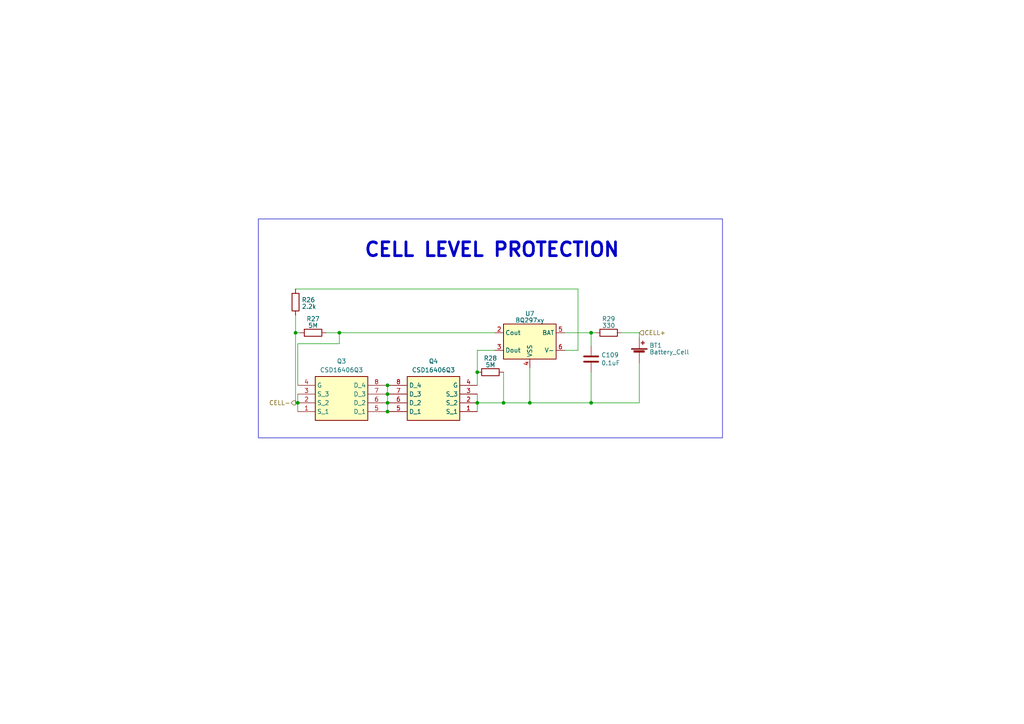
<source format=kicad_sch>
(kicad_sch (version 20230121) (generator eeschema)
  (paper "A4")
  (lib_symbols
    (symbol "Battery_Management:BQ297xy"
      (property "Reference" "U" (at -6.35 6.35 0))
      (property "Value" "BQ297xy" (at 5.08 -6.35 0))
      (symbol "BQ297xy_0_1"
        (rectangle (start -7.62 5.08) (end 7.62 -5.08) (stroke (width 0.254)) (fill (type background)))
      )
      (symbol "BQ297xy_1_1"
        (pin no_connect line (at 7.62 0 180) (length 2.54) hide (name "NC") (number "1"))
        (pin output line (at 10.16 2.54 180) (length 2.54) (name "Cout") (number "2"))
        (pin output line (at 10.16 -2.54 180) (length 2.54) (name "Dout") (number "3"))
        (pin power_in line (at 0 -7.62 90) (length 2.54) (name "VSS") (number "4"))
        (pin input line (at -10.16 2.54 0) (length 2.54) (name "BAT") (number "5"))
        (pin input line (at -10.16 -2.54 0) (length 2.54) (name "V-") (number "6"))
      )
    )
    (symbol "Device:Battery_Cell" (pin_numbers hide) (pin_names (offset 0) hide)
      (property "Reference" "BT" (at 2.54 2.54 0))
      (property "Value" "Battery_Cell" (at 2.54 0 0))
      (symbol "Battery_Cell_0_1"
        (rectangle (start -2.286 1.778) (end 2.286 1.524) (fill (type outline)))
        (rectangle (start -1.5748 1.1938) (end 1.4732 0.6858) (fill (type outline)))
        (polyline (pts (xy 0 0.762) (xy 0 0)))
        (polyline (pts (xy 0 1.778) (xy 0 2.54)))
        (polyline (pts (xy 0.508 3.429) (xy 1.524 3.429)) (stroke (width 0.254)))
        (polyline (pts (xy 1.016 3.937) (xy 1.016 2.921)) (stroke (width 0.254)))
      )
      (symbol "Battery_Cell_1_1"
        (pin passive line (at 0 5.08 270) (length 2.54) (name "+") (number "1"))
        (pin passive line (at 0 -2.54 90) (length 2.54) (name "-") (number "2"))
      )
    )
    (symbol "Device:C" (pin_numbers hide) (pin_names (offset 0.254))
      (property "Reference" "C" (at 0.635 2.54 0))
      (property "Value" "C" (at 0.635 -2.54 0))
      (symbol "C_0_1"
        (polyline (pts (xy -2.032 -0.762) (xy 2.032 -0.762)) (stroke (width 0.508)))
        (polyline (pts (xy -2.032 0.762) (xy 2.032 0.762)) (stroke (width 0.508)))
      )
      (symbol "C_1_1"
        (pin passive line (at 0 3.81 270) (length 2.794) (name "~") (number "1"))
        (pin passive line (at 0 -3.81 90) (length 2.794) (name "~") (number "2"))
      )
    )
    (symbol "Device:R" (pin_numbers hide) (pin_names (offset 0))
      (property "Reference" "R" (at 2.032 0 90))
      (property "Value" "R" (at 0 0 90))
      (symbol "R_0_1"
        (rectangle (start -1.016 -2.54) (end 1.016 2.54) (stroke (width 0.254)))
      )
      (symbol "R_1_1"
        (pin passive line (at 0 3.81 270) (length 1.27) (name "~") (number "1"))
        (pin passive line (at 0 -3.81 90) (length 1.27) (name "~") (number "2"))
      )
    )
    (symbol "SamacSys_Parts:CSD16406Q3"
      (property "Reference" "Q" (at 21.59 7.62 0))
      (property "Value" "CSD16406Q3" (at 21.59 5.08 0))
      (symbol "CSD16406Q3_1_1"
        (rectangle (start 5.08 2.54) (end 20.32 -10.16) (stroke (width 0.254)) (fill (type background)))
        (pin passive line (at 0 0 0) (length 5.08) (name "S_1") (number "1"))
        (pin passive line (at 0 -2.54 0) (length 5.08) (name "S_2") (number "2"))
        (pin passive line (at 0 -5.08 0) (length 5.08) (name "S_3") (number "3"))
        (pin passive line (at 0 -7.62 0) (length 5.08) (name "G") (number "4"))
        (pin passive line (at 25.4 0 180) (length 5.08) (name "D_1") (number "5"))
        (pin passive line (at 25.4 -2.54 180) (length 5.08) (name "D_2") (number "6"))
        (pin passive line (at 25.4 -5.08 180) (length 5.08) (name "D_3") (number "7"))
        (pin passive line (at 25.4 -7.62 180) (length 5.08) (name "D_4") (number "8"))
      )
    )
  )
  (junction (at 112.395 119.38))
  (junction (at 138.43 116.84))
  (junction (at 98.425 96.52))
  (junction (at 138.43 107.95))
  (junction (at 86.36 116.84))
  (junction (at 171.45 116.84))
  (junction (at 112.395 116.84))
  (junction (at 85.725 96.52))
  (junction (at 112.395 114.3))
  (junction (at 171.45 96.52))
  (junction (at 153.67 116.84))
  (junction (at 146.05 116.84))
  (junction (at 112.395 111.76))
  (wire (pts (xy 185.42 116.84) (xy 171.45 116.84)))
  (wire (pts (xy 180.34 96.52) (xy 185.42 96.52)))
  (wire (pts (xy 138.43 116.84) (xy 138.43 119.38)))
  (wire (pts (xy 98.425 96.52) (xy 98.425 99.695)))
  (wire (pts (xy 86.36 114.3) (xy 86.36 116.84)))
  (wire (pts (xy 171.45 116.84) (xy 153.67 116.84)))
  (wire (pts (xy 113.03 119.38) (xy 112.395 119.38)))
  (wire (pts (xy 167.64 83.82) (xy 85.725 83.82)))
  (wire (pts (xy 185.42 105.41) (xy 185.42 116.84)))
  (wire (pts (xy 113.03 114.3) (xy 112.395 114.3)))
  (wire (pts (xy 185.42 96.52) (xy 185.42 97.79)))
  (wire (pts (xy 111.76 114.3) (xy 112.395 114.3)))
  (wire (pts (xy 85.725 96.52) (xy 86.995 96.52)))
  (wire (pts (xy 146.05 107.95) (xy 146.05 116.84)))
  (wire (pts (xy 111.76 111.76) (xy 112.395 111.76)))
  (wire (pts (xy 138.43 107.95) (xy 138.43 101.6)))
  (wire (pts (xy 112.395 111.76) (xy 112.395 114.3)))
  (wire (pts (xy 171.45 96.52) (xy 172.72 96.52)))
  (wire (pts (xy 85.725 91.44) (xy 85.725 96.52)))
  (wire (pts (xy 138.43 116.84) (xy 146.05 116.84)))
  (wire (pts (xy 94.615 96.52) (xy 98.425 96.52)))
  (wire (pts (xy 163.83 96.52) (xy 171.45 96.52)))
  (wire (pts (xy 171.45 96.52) (xy 171.45 100.33)))
  (wire (pts (xy 146.05 116.84) (xy 153.67 116.84)))
  (wire (pts (xy 153.67 106.68) (xy 153.67 116.84)))
  (wire (pts (xy 113.03 111.76) (xy 112.395 111.76)))
  (wire (pts (xy 85.725 116.84) (xy 86.36 116.84)))
  (wire (pts (xy 113.03 116.84) (xy 112.395 116.84)))
  (wire (pts (xy 111.76 116.84) (xy 112.395 116.84)))
  (wire (pts (xy 111.76 119.38) (xy 112.395 119.38)))
  (wire (pts (xy 163.83 101.6) (xy 167.64 101.6)))
  (wire (pts (xy 167.64 101.6) (xy 167.64 83.82)))
  (wire (pts (xy 98.425 96.52) (xy 143.51 96.52)))
  (wire (pts (xy 138.43 111.76) (xy 138.43 107.95)))
  (wire (pts (xy 138.43 101.6) (xy 143.51 101.6)))
  (wire (pts (xy 112.395 116.84) (xy 112.395 119.38)))
  (wire (pts (xy 171.45 107.95) (xy 171.45 116.84)))
  (wire (pts (xy 86.36 116.84) (xy 86.36 119.38)))
  (wire (pts (xy 86.36 99.695) (xy 98.425 99.695)))
  (wire (pts (xy 85.725 96.52) (xy 85.725 116.84)))
  (wire (pts (xy 138.43 114.3) (xy 138.43 116.84)))
  (wire (pts (xy 112.395 114.3) (xy 112.395 116.84)))
  (wire (pts (xy 86.36 111.76) (xy 86.36 99.695)))
  (rectangle (start 74.93 63.5) (end 209.55 127))
  (text "CELL LEVEL PROTECTION" (at 105.41 74.93 0) (effects (font (size 4 4) bold) (justify left bottom)))
  (hierarchical_label "CELL+" (shape input) (at 185.42 96.52 0))
  (hierarchical_label "CELL-" (shape output) (at 85.725 116.84 180))
  (symbol (lib_id "Device:R") (at 176.53 96.52 90) (unit 1)
    (property "Reference" "R29" (at 176.53 92.4941 90))
    (property "Value" "330" (at 176.53 94.4151 90))
    (property "Footprint" "Resistor_SMD:R_0603_1608Metric" (effects hide))
    (instances (project "electrical-power-system" (path "" (reference "R29") (unit 1)) (path "" (reference "R33") (unit 1)) (path "" (reference "R37") (unit 1)) (path "" (reference "R41") (unit 1))))
  )
  (symbol (lib_id "SamacSys_Parts:CSD16406Q3") (at 138.43 119.38 180) (unit 1)
    (property "Reference" "Q4" (at 125.73 104.775 0))
    (property "Value" "CSD16406Q3" (at 125.73 107.315 0))
    (property "Footprint" "SamacSys_Parts:DQG_VSON-CLIP" (effects hide))
    (property "Datasheet" "http://www.ti.com/lit/gpn/csd16406q3" (effects hide))
    (property "Manufacturer_Name" "Texas Instruments" (effects hide))
    (property "Manufacturer_Part_Number" "CSD16406Q3" (effects hide))
    (property "Mouser Part Number" "595-CSD16406Q3" (effects hide))
    (property "Mouser Price/Stock" "https://www.mouser.co.uk/ProductDetail/Texas-Instruments/CSD16406Q3?qs=SuDOdTVxq4Wogv4PDdDFZA%3D%3D" (effects hide))
    (property "Arrow Part Number" "CSD16406Q3" (effects hide))
    (property "Arrow Price/Stock" "https://www.arrow.com/en/products/csd16406q3/texas-instruments?region=nac" (effects hide))
    (instances (project "electrical-power-system" (path "" (reference "Q4") (unit 1)) (path "" (reference "Q6") (unit 1)) (path "" (reference "Q8") (unit 1)) (path "" (reference "Q10") (unit 1))))
  )
  (symbol (lib_id "Device:R") (at 142.24 107.95 90) (unit 1)
    (property "Reference" "R28" (at 142.24 103.9241 90))
    (property "Value" "5M" (at 142.24 105.8451 90))
    (property "Footprint" "Resistor_SMD:R_0603_1608Metric" (effects hide))
    (instances (project "electrical-power-system" (path "" (reference "R28") (unit 1)) (path "" (reference "R32") (unit 1)) (path "" (reference "R36") (unit 1)) (path "" (reference "R40") (unit 1))))
  )
  (symbol (lib_id "Device:R") (at 85.725 87.63 180) (unit 1)
    (property "Reference" "R26" (at 87.503 86.9863 0) (effects (justify right)))
    (property "Value" "2.2k" (at 87.503 88.9073 0) (effects (justify right)))
    (property "Footprint" "Resistor_SMD:R_0603_1608Metric" (effects hide))
    (instances (project "electrical-power-system" (path "" (reference "R26") (unit 1)) (path "" (reference "R30") (unit 1)) (path "" (reference "R34") (unit 1)) (path "" (reference "R38") (unit 1))))
  )
  (symbol (lib_id "SamacSys_Parts:CSD16406Q3") (at 86.36 119.38 0) (mirror x) (unit 1)
    (property "Reference" "Q3" (at 99.06 104.775 0))
    (property "Value" "CSD16406Q3" (at 99.06 107.315 0))
    (property "Footprint" "SamacSys_Parts:DQG_VSON-CLIP" (effects hide))
    (property "Datasheet" "http://www.ti.com/lit/gpn/csd16406q3" (effects hide))
    (property "Manufacturer_Name" "Texas Instruments" (effects hide))
    (property "Manufacturer_Part_Number" "CSD16406Q3" (effects hide))
    (property "Mouser Part Number" "595-CSD16406Q3" (effects hide))
    (property "Mouser Price/Stock" "https://www.mouser.co.uk/ProductDetail/Texas-Instruments/CSD16406Q3?qs=SuDOdTVxq4Wogv4PDdDFZA%3D%3D" (effects hide))
    (property "Arrow Part Number" "CSD16406Q3" (effects hide))
    (property "Arrow Price/Stock" "https://www.arrow.com/en/products/csd16406q3/texas-instruments?region=nac" (effects hide))
    (instances (project "electrical-power-system" (path "" (reference "Q3") (unit 1)) (path "" (reference "Q5") (unit 1)) (path "" (reference "Q7") (unit 1)) (path "" (reference "Q9") (unit 1))))
  )
  (symbol (lib_id "Battery_Management:BQ297xy") (at 153.67 99.06 0) (mirror y) (unit 1)
    (property "Reference" "U7" (at 153.67 90.9701 0))
    (property "Value" "BQ297xy" (at 153.67 92.8911 0))
    (property "Footprint" "Package_SON:WSON-6_1.5x1.5mm_P0.5mm" (effects hide))
    (property "Datasheet" "http://www.ti.com/lit/ds/symlink/bq2970.pdf" (effects hide))
    (instances (project "electrical-power-system" (path "" (reference "U7") (unit 1)) (path "" (reference "U8") (unit 1)) (path "" (reference "U9") (unit 1)) (path "" (reference "U10") (unit 1))))
  )
  (symbol (lib_id "Device:C") (at 171.45 104.14 0) (unit 1)
    (property "Reference" "C109" (at 174.371 102.9716 0) (effects (justify left)))
    (property "Value" "0.1uF" (at 174.371 105.283 0) (effects (justify left)))
    (property "Footprint" "Capacitor_SMD:C_0603_1608Metric" (effects hide))
    (instances (project "PDB" (path "" (reference "C109") (unit 1))) (project "electrical-power-system" (path "" (reference "C217") (unit 1)) (path "" (reference "C25") (unit 1)) (path "" (reference "C26") (unit 1)) (path "" (reference "C27") (unit 1)) (path "" (reference "C28") (unit 1))))
  )
  (symbol (lib_id "Device:R") (at 90.805 96.52 90) (unit 1)
    (property "Reference" "R27" (at 90.805 92.4941 90))
    (property "Value" "5M" (at 90.805 94.4151 90))
    (property "Footprint" "Resistor_SMD:R_0603_1608Metric" (effects hide))
    (instances (project "electrical-power-system" (path "" (reference "R27") (unit 1)) (path "" (reference "R31") (unit 1)) (path "" (reference "R35") (unit 1)) (path "" (reference "R39") (unit 1))))
  )
  (symbol (lib_id "Device:Battery_Cell") (at 185.42 102.87 0) (unit 1)
    (property "Reference" "BT1" (at 188.341 100.1943 0) (effects (justify left)))
    (property "Value" "Battery_Cell" (at 188.341 102.1153 0) (effects (justify left)))
    (property "Footprint" "footprints:18650_TH" (effects hide))
    (instances (project "electrical-power-system" (path "" (reference "BT1") (unit 1)) (path "" (reference "BT2") (unit 1)) (path "" (reference "BT3") (unit 1)) (path "" (reference "BT4") (unit 1))))
  )
)
</source>
